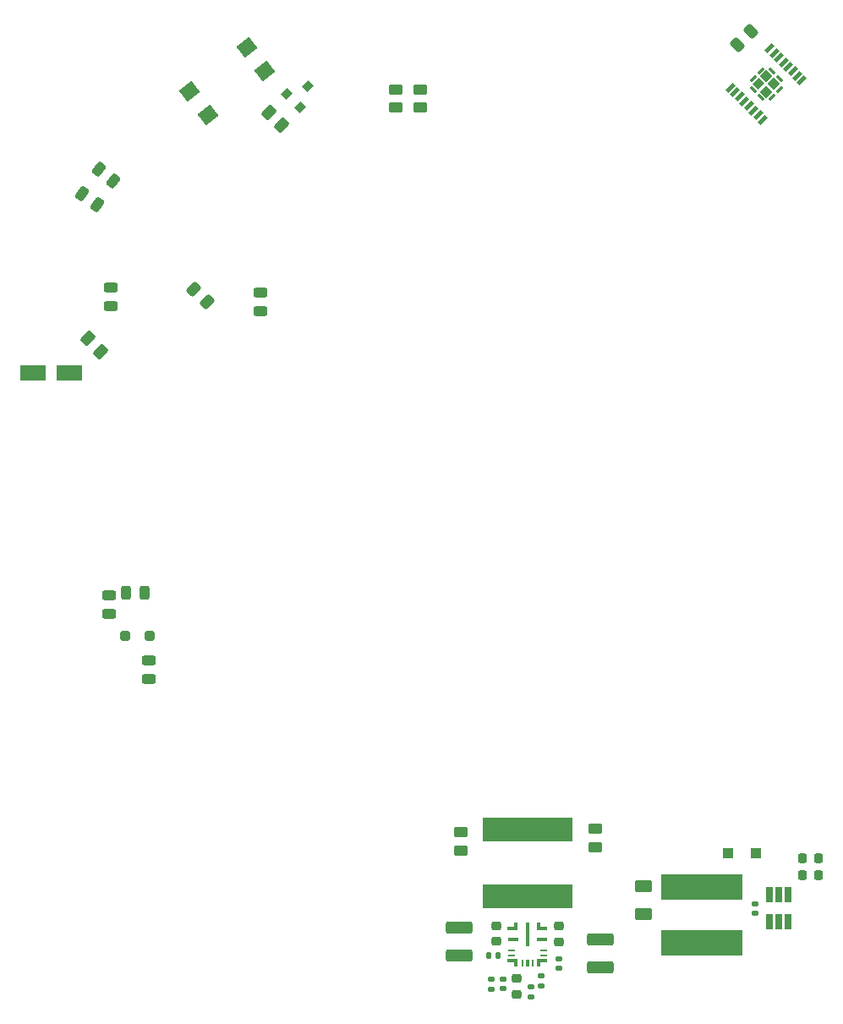
<source format=gbr>
G04 #@! TF.GenerationSoftware,KiCad,Pcbnew,7.0.10*
G04 #@! TF.CreationDate,2024-08-19T09:51:56-07:00*
G04 #@! TF.ProjectId,LCP_PowerControl,4c43505f-506f-4776-9572-436f6e74726f,rev?*
G04 #@! TF.SameCoordinates,Original*
G04 #@! TF.FileFunction,Paste,Top*
G04 #@! TF.FilePolarity,Positive*
%FSLAX46Y46*%
G04 Gerber Fmt 4.6, Leading zero omitted, Abs format (unit mm)*
G04 Created by KiCad (PCBNEW 7.0.10) date 2024-08-19 09:51:56*
%MOMM*%
%LPD*%
G01*
G04 APERTURE LIST*
G04 Aperture macros list*
%AMRoundRect*
0 Rectangle with rounded corners*
0 $1 Rounding radius*
0 $2 $3 $4 $5 $6 $7 $8 $9 X,Y pos of 4 corners*
0 Add a 4 corners polygon primitive as box body*
4,1,4,$2,$3,$4,$5,$6,$7,$8,$9,$2,$3,0*
0 Add four circle primitives for the rounded corners*
1,1,$1+$1,$2,$3*
1,1,$1+$1,$4,$5*
1,1,$1+$1,$6,$7*
1,1,$1+$1,$8,$9*
0 Add four rect primitives between the rounded corners*
20,1,$1+$1,$2,$3,$4,$5,0*
20,1,$1+$1,$4,$5,$6,$7,0*
20,1,$1+$1,$6,$7,$8,$9,0*
20,1,$1+$1,$8,$9,$2,$3,0*%
%AMRotRect*
0 Rectangle, with rotation*
0 The origin of the aperture is its center*
0 $1 length*
0 $2 width*
0 $3 Rotation angle, in degrees counterclockwise*
0 Add horizontal line*
21,1,$1,$2,0,0,$3*%
%AMFreePoly0*
4,1,17,0.153536,0.803536,0.155000,0.800000,0.155000,-0.200000,0.153536,-0.203536,0.150000,-0.205000,-0.550000,-0.205000,-0.553536,-0.203536,-0.555000,-0.200000,-0.555000,0.200000,-0.553536,0.203536,-0.550000,0.205000,-0.205000,0.205000,-0.205000,0.800000,-0.203536,0.803536,-0.200000,0.805000,0.150000,0.805000,0.153536,0.803536,0.153536,0.803536,$1*%
%AMFreePoly1*
4,1,17,0.203536,0.803536,0.205000,0.800000,0.205000,0.205000,0.550000,0.205000,0.553536,0.203536,0.555000,0.200000,0.555000,-0.200000,0.553536,-0.203536,0.550000,-0.205000,-0.150000,-0.205000,-0.153536,-0.203536,-0.155000,-0.200000,-0.155000,0.800000,-0.153536,0.803536,-0.150000,0.805000,0.200000,0.805000,0.203536,0.803536,0.203536,0.803536,$1*%
%AMFreePoly2*
4,1,17,0.203536,0.803536,0.205000,0.800000,0.205000,-0.200000,0.203536,-0.203536,0.200000,-0.205000,-0.600000,-0.205000,-0.603536,-0.203536,-0.605000,-0.200000,-0.605000,0.200000,-0.603536,0.203536,-0.600000,0.205000,-0.205000,0.205000,-0.205000,0.800000,-0.203536,0.803536,-0.200000,0.805000,0.200000,0.805000,0.203536,0.803536,0.203536,0.803536,$1*%
%AMFreePoly3*
4,1,17,0.203536,0.803536,0.205000,0.800000,0.205000,0.205000,0.600000,0.205000,0.603536,0.203536,0.605000,0.200000,0.605000,-0.200000,0.603536,-0.203536,0.600000,-0.205000,-0.200000,-0.205000,-0.203536,-0.203536,-0.205000,-0.200000,-0.205000,0.800000,-0.203536,0.803536,-0.200000,0.805000,0.200000,0.805000,0.203536,0.803536,0.203536,0.803536,$1*%
G04 Aperture macros list end*
%ADD10RoundRect,0.243750X-0.456250X0.243750X-0.456250X-0.243750X0.456250X-0.243750X0.456250X0.243750X0*%
%ADD11RoundRect,0.243750X0.494975X0.150260X0.150260X0.494975X-0.494975X-0.150260X-0.150260X-0.494975X0*%
%ADD12RoundRect,0.243750X0.456250X-0.243750X0.456250X0.243750X-0.456250X0.243750X-0.456250X-0.243750X0*%
%ADD13RoundRect,0.218750X-0.218750X-0.256250X0.218750X-0.256250X0.218750X0.256250X-0.218750X0.256250X0*%
%ADD14RoundRect,0.218750X-0.256250X0.218750X-0.256250X-0.218750X0.256250X-0.218750X0.256250X0.218750X0*%
%ADD15RoundRect,0.243750X0.461363X0.233929X0.062026X0.513547X-0.461363X-0.233929X-0.062026X-0.513547X0*%
%ADD16RoundRect,0.243750X-0.243750X-0.456250X0.243750X-0.456250X0.243750X0.456250X-0.243750X0.456250X0*%
%ADD17RoundRect,0.147500X-0.172500X0.147500X-0.172500X-0.147500X0.172500X-0.147500X0.172500X0.147500X0*%
%ADD18RoundRect,0.147500X0.172500X-0.147500X0.172500X0.147500X-0.172500X0.147500X-0.172500X-0.147500X0*%
%ADD19RotRect,1.600000X1.400000X37.500000*%
%ADD20R,8.200000X2.600000*%
%ADD21R,0.650000X1.560000*%
%ADD22FreePoly0,90.000000*%
%ADD23R,0.250000X0.700000*%
%ADD24R,0.300000X0.700000*%
%ADD25FreePoly1,270.000000*%
%ADD26R,0.700000X0.250000*%
%ADD27R,1.000000X0.400000*%
%ADD28FreePoly2,270.000000*%
%ADD29R,0.400000X2.400000*%
%ADD30FreePoly3,90.000000*%
%ADD31R,9.000000X2.380000*%
%ADD32RoundRect,0.147500X0.147500X0.172500X-0.147500X0.172500X-0.147500X-0.172500X0.147500X-0.172500X0*%
%ADD33RoundRect,0.249999X-0.450001X0.262501X-0.450001X-0.262501X0.450001X-0.262501X0.450001X0.262501X0*%
%ADD34RoundRect,0.218750X0.256250X-0.218750X0.256250X0.218750X-0.256250X0.218750X-0.256250X-0.218750X0*%
%ADD35RoundRect,0.250000X-1.075000X0.375000X-1.075000X-0.375000X1.075000X-0.375000X1.075000X0.375000X0*%
%ADD36RoundRect,0.250000X0.625000X-0.375000X0.625000X0.375000X-0.625000X0.375000X-0.625000X-0.375000X0*%
%ADD37RoundRect,0.243750X-0.150260X0.494975X-0.494975X0.150260X0.150260X-0.494975X0.494975X-0.150260X0*%
%ADD38RotRect,0.800000X0.250000X135.000000*%
%ADD39RotRect,0.800000X0.250000X45.000000*%
%ADD40RotRect,0.850000X0.800000X45.000000*%
%ADD41RotRect,0.850000X0.850000X45.000000*%
%ADD42RotRect,1.050000X0.450000X45.000000*%
%ADD43RoundRect,0.243750X0.479995X0.192828X0.106549X0.506187X-0.479995X-0.192828X-0.106549X-0.506187X0*%
%ADD44RoundRect,0.249998X0.503816X0.132583X0.132583X0.503816X-0.503816X-0.132583X-0.132583X-0.503816X0*%
%ADD45RoundRect,0.140000X-0.170000X0.140000X-0.170000X-0.140000X0.170000X-0.140000X0.170000X0.140000X0*%
%ADD46RotRect,0.900000X0.800000X45.000000*%
%ADD47RoundRect,0.249999X0.450001X-0.262501X0.450001X0.262501X-0.450001X0.262501X-0.450001X-0.262501X0*%
%ADD48RoundRect,0.250000X1.050000X0.550000X-1.050000X0.550000X-1.050000X-0.550000X1.050000X-0.550000X0*%
%ADD49RoundRect,0.250000X-0.250000X-0.250000X0.250000X-0.250000X0.250000X0.250000X-0.250000X0.250000X0*%
%ADD50RoundRect,0.250000X-0.300000X-0.300000X0.300000X-0.300000X0.300000X0.300000X-0.300000X0.300000X0*%
G04 APERTURE END LIST*
D10*
X81978500Y-78374000D03*
X81978500Y-80249000D03*
D11*
X91630500Y-79883000D03*
X90304674Y-78557174D03*
D12*
X97028000Y-80820500D03*
X97028000Y-78945500D03*
D13*
X151295000Y-135572500D03*
X152870000Y-135572500D03*
D14*
X122682000Y-147612000D03*
X122682000Y-149187000D03*
D15*
X80656910Y-70099956D03*
X79121000Y-69024500D03*
D12*
X81851500Y-111095000D03*
X81851500Y-109220000D03*
D16*
X83517500Y-108966000D03*
X85392500Y-108966000D03*
D12*
X85852000Y-117635500D03*
X85852000Y-115760500D03*
D17*
X120142000Y-147683500D03*
X120142000Y-148653500D03*
D18*
X121285000Y-148630500D03*
X121285000Y-147660500D03*
D19*
X89905986Y-58761111D03*
X95618130Y-54378029D03*
X91732270Y-61141171D03*
X97444414Y-56758089D03*
D20*
X141218000Y-138424000D03*
X141218000Y-144024000D03*
D13*
X151257000Y-137287000D03*
X152832000Y-137287000D03*
D21*
X147960000Y-141892000D03*
X148910000Y-141892000D03*
X149860000Y-141892000D03*
X149860000Y-139192000D03*
X148910000Y-139192000D03*
X147960000Y-139192000D03*
D22*
X122573400Y-145820400D03*
D23*
X123198400Y-146020400D03*
D24*
X123723400Y-146020400D03*
D23*
X124248400Y-146020400D03*
D25*
X124873400Y-145820400D03*
D26*
X125323400Y-145295400D03*
X125323400Y-144795400D03*
D27*
X125173400Y-143720400D03*
D28*
X124873400Y-142570400D03*
D29*
X123723400Y-143170400D03*
D30*
X122573400Y-142570400D03*
D27*
X122273400Y-143720400D03*
D26*
X122123400Y-144795400D03*
X122123400Y-145295400D03*
D17*
X124079000Y-148445500D03*
X124079000Y-149415500D03*
D31*
X123723400Y-139367400D03*
X123723400Y-132717400D03*
D32*
X120794500Y-145288000D03*
X119824500Y-145288000D03*
D33*
X117043200Y-132945500D03*
X117043200Y-134770500D03*
D34*
X120586500Y-143878500D03*
X120586500Y-142303500D03*
D35*
X131000500Y-143707200D03*
X131000500Y-146507200D03*
X116865400Y-142516400D03*
X116865400Y-145316400D03*
D33*
X130492500Y-132628000D03*
X130492500Y-134453000D03*
D34*
X126898400Y-143916400D03*
X126898400Y-142341400D03*
D17*
X126873000Y-145628500D03*
X126873000Y-146598500D03*
X125095000Y-147343000D03*
X125095000Y-148313000D03*
D36*
X135382000Y-141166500D03*
X135382000Y-138366500D03*
D37*
X146052513Y-52778687D03*
X144726687Y-54104513D03*
D38*
X146311675Y-58587008D03*
X147089492Y-59364825D03*
D39*
X146311675Y-57490992D03*
D40*
X146859683Y-58039000D03*
D41*
X147637500Y-58816817D03*
D39*
X148185508Y-59364825D03*
X147089492Y-56713175D03*
D41*
X147637500Y-57261183D03*
X148415317Y-58039000D03*
D39*
X148963325Y-58587008D03*
D38*
X148185508Y-56713175D03*
X148963325Y-57490992D03*
D42*
X144066611Y-58392553D03*
X144526230Y-58852173D03*
X144985850Y-59311792D03*
X145445469Y-59771412D03*
X145905088Y-60231031D03*
X146364708Y-60690650D03*
X146824327Y-61150270D03*
X147283947Y-61609889D03*
X151208389Y-57685447D03*
X150748770Y-57225827D03*
X150289150Y-56766208D03*
X149829531Y-56306588D03*
X149369912Y-55846969D03*
X148910292Y-55387350D03*
X148450673Y-54927730D03*
X147991053Y-54468111D03*
D43*
X82232500Y-67754500D03*
X80796166Y-66549274D03*
D44*
X81005235Y-84815235D03*
X79714765Y-83524765D03*
D45*
X146558000Y-140134500D03*
X146558000Y-141094500D03*
D46*
X99621142Y-59035355D03*
X100964645Y-60378858D03*
X101707107Y-58292893D03*
D44*
X99145235Y-62145235D03*
X97854765Y-60854765D03*
D33*
X110500000Y-58587500D03*
X110500000Y-60412500D03*
D47*
X113000000Y-60412500D03*
X113000000Y-58587500D03*
D48*
X77820000Y-86950000D03*
X74220000Y-86950000D03*
D49*
X83420000Y-113330000D03*
X85920000Y-113330000D03*
D50*
X143772500Y-135080000D03*
X146572500Y-135080000D03*
M02*

</source>
